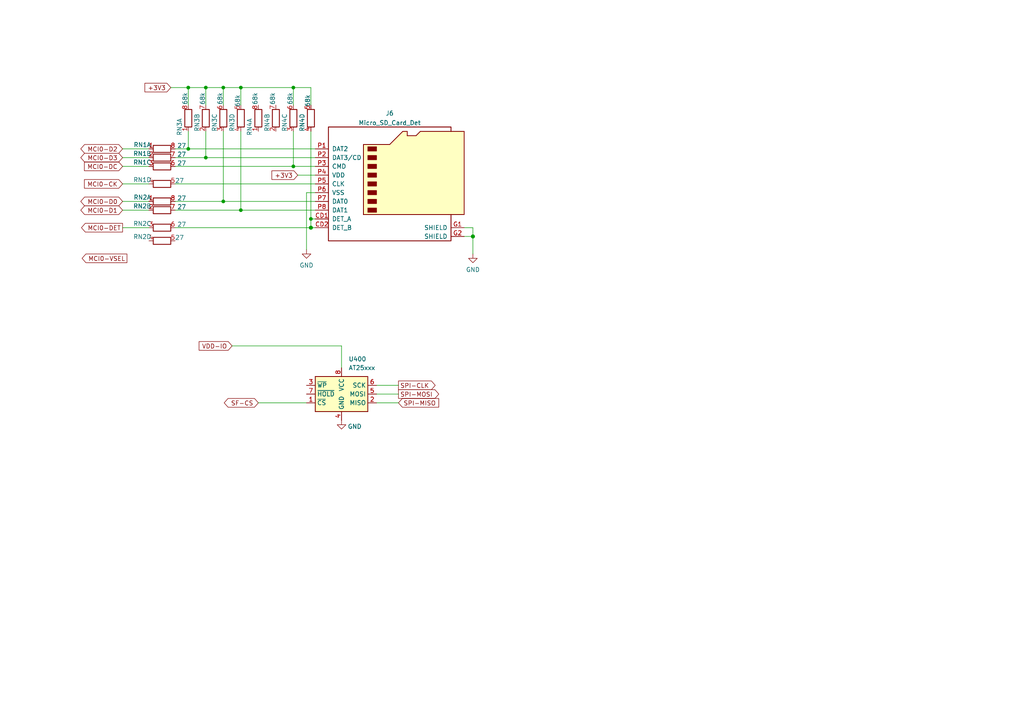
<source format=kicad_sch>
(kicad_sch (version 20250114) (generator "eeschema") (generator_version "9.0")
  (paper "A4")
  (lib_symbols
    (symbol "Device:R_Pack04_Split" (pin_names (offset 0) (hide yes))
      (property "Reference" "RN" (at 2.032 0 90))
      (property "Value" "R_Pack04_Split" (at 0 0 90))
      (symbol "R_Pack04_Split_0_1"
        (rectangle (start 1.016 2.54) (end -1.016 -2.54) (stroke (width 0.254)))
      )
      (symbol "R_Pack04_Split_1_1"
        (pin passive line (at 0 3.81 270) (length 1.27) (name "R1.2") (number "8"))
        (pin passive line (at 0 -3.81 90) (length 1.27) (name "R1.1") (number "1"))
      )
      (symbol "R_Pack04_Split_2_1"
        (pin passive line (at 0 3.81 270) (length 1.27) (name "R2.2") (number "7"))
        (pin passive line (at 0 -3.81 90) (length 1.27) (name "R2.1") (number "2"))
      )
      (symbol "R_Pack04_Split_3_1"
        (pin passive line (at 0 3.81 270) (length 1.27) (name "R3.2") (number "6"))
        (pin passive line (at 0 -3.81 90) (length 1.27) (name "R3.1") (number "3"))
      )
      (symbol "R_Pack04_Split_4_1"
        (pin passive line (at 0 3.81 270) (length 1.27) (name "R4.2") (number "5"))
        (pin passive line (at 0 -3.81 90) (length 1.27) (name "R4.1") (number "4"))
      )
    )
    (symbol "Memory_EEPROM:AT25xxx"
      (property "Reference" "U" (at -7.62 6.35 0))
      (property "Value" "AT25xxx" (at 2.54 -6.35 0))
      (symbol "AT25xxx_1_1"
        (rectangle (start -7.62 5.08) (end 7.62 -5.08) (stroke (width 0.254)) (fill (type background)))
        (pin input line (at -10.16 2.54 0) (length 2.54) (name "~{WP}") (number "3"))
        (pin input line (at -10.16 0 0) (length 2.54) (name "~{HOLD}") (number "7"))
        (pin input line (at -10.16 -2.54 0) (length 2.54) (name "~{CS}") (number "1"))
        (pin power_in line (at 0 7.62 270) (length 2.54) (name "VCC") (number "8"))
        (pin power_in line (at 0 -7.62 90) (length 2.54) (name "GND") (number "4"))
        (pin input line (at 10.16 2.54 180) (length 2.54) (name "SCK") (number "6"))
        (pin input line (at 10.16 0 180) (length 2.54) (name "MOSI") (number "5"))
        (pin tri_state line (at 10.16 -2.54 180) (length 2.54) (name "MISO") (number "2"))
      )
    )
    (symbol "gct:Micro_SD_Card_Det" (pin_names (offset 1.016))
      (property "Reference" "J" (at -16.51 17.78 0))
      (property "Value" "Micro_SD_Card_Det" (at 16.51 17.78 0))
      (symbol "Micro_SD_Card_Det_0_1"
        (polyline (pts (xy -8.89 -8.89) (xy -8.89 11.43) (xy -1.27 11.43) (xy 2.54 15.24) (xy 3.81 15.24) (xy 3.81 13.97) (xy 6.35 13.97) (xy 7.62 15.24) (xy 20.32 15.24) (xy 20.32 -8.89) (xy -8.89 -8.89)) (stroke (width 0.254)) (fill (type background)))
        (rectangle (start -7.62 10.795) (end -5.08 9.525) (fill (type outline)))
        (rectangle (start -7.62 8.255) (end -5.08 6.985) (fill (type outline)))
        (rectangle (start -7.62 5.715) (end -5.08 4.445) (fill (type outline)))
        (rectangle (start -7.62 3.175) (end -5.08 1.905) (fill (type outline)))
        (rectangle (start -7.62 0.635) (end -5.08 -0.635) (fill (type outline)))
        (rectangle (start -7.62 -1.905) (end -5.08 -3.175) (fill (type outline)))
        (rectangle (start -7.62 -4.445) (end -5.08 -5.715) (fill (type outline)))
        (rectangle (start -7.62 -6.985) (end -5.08 -8.255) (fill (type outline)))
        (polyline (pts (xy 16.51 15.24) (xy 16.51 16.51) (xy -19.05 16.51) (xy -19.05 -16.51) (xy 16.51 -16.51) (xy 16.51 -8.89)) (stroke (width 0.254)))
      )
      (symbol "Micro_SD_Card_Det_1_1"
        (pin bidirectional line (at -22.86 10.16 0) (length 3.81) (name "DAT2") (number "P1"))
        (pin bidirectional line (at -22.86 7.62 0) (length 3.81) (name "DAT3/CD") (number "P2"))
        (pin input line (at -22.86 5.08 0) (length 3.81) (name "CMD") (number "P3"))
        (pin power_in line (at -22.86 2.54 0) (length 3.81) (name "VDD") (number "P4"))
        (pin input line (at -22.86 0 0) (length 3.81) (name "CLK") (number "P5"))
        (pin power_in line (at -22.86 -2.54 0) (length 3.81) (name "VSS") (number "P6"))
        (pin bidirectional line (at -22.86 -5.08 0) (length 3.81) (name "DAT0") (number "P7"))
        (pin bidirectional line (at -22.86 -7.62 0) (length 3.81) (name "DAT1") (number "P8"))
        (pin passive line (at -22.86 -10.16 0) (length 3.81) (name "DET_A") (number "CD1"))
        (pin passive line (at -22.86 -12.7 0) (length 3.81) (name "DET_B") (number "CD2"))
        (pin passive line (at 20.32 -12.7 180) (length 3.81) (name "SHIELD") (number "G1"))
        (pin passive line (at 20.32 -15.24 180) (length 3.81) (name "SHIELD") (number "G2"))
      )
    )
    (symbol "power:GND" (power) (pin_names (offset 0))
      (property "Value" "GND" (at 0 -3.81 0))
      (symbol "GND_0_1"
        (polyline (pts (xy 0 0) (xy 0 -1.27) (xy 1.27 -1.27) (xy 0 -2.54) (xy -1.27 -1.27) (xy 0 -1.27)))
      )
      (symbol "GND_1_1"
        (pin power_in line (at 0 0 270) (length 0) (hide yes) (name "GND") (number "1"))
      )
    )
  )
  (junction (at 69.85 60.96))
  (junction (at 85.09 25.4))
  (junction (at 54.61 43.18))
  (junction (at 64.77 25.4))
  (junction (at 85.09 48.26))
  (junction (at 59.69 25.4))
  (junction (at 90.17 66.04) (diameter 1.016))
  (junction (at 54.61 25.4))
  (junction (at 69.85 25.4))
  (junction (at 64.77 58.42))
  (junction (at 59.69 45.72))
  (junction (at 90.17 63.5))
  (junction (at 137.16 68.58) (diameter 1.016))
  (wire (pts (xy 35.56 45.72) (xy 43.18 45.72)))
  (wire (pts (xy 35.56 60.96) (xy 43.18 60.96)))
  (wire (pts (xy 50.8 43.18) (xy 54.61 43.18)))
  (wire (pts (xy 64.77 25.4) (xy 64.77 30.48)))
  (wire (pts (xy 137.16 66.04) (xy 137.16 68.58)))
  (wire (pts (xy 134.62 68.58) (xy 137.16 68.58)))
  (wire (pts (xy 88.9 55.88) (xy 88.9 72.39)))
  (wire (pts (xy 109.22 114.3) (xy 115.57 114.3)))
  (wire (pts (xy 74.93 116.84) (xy 88.9 116.84)))
  (wire (pts (xy 59.69 25.4) (xy 59.69 30.48)))
  (wire (pts (xy 54.61 25.4) (xy 54.61 30.48)))
  (wire (pts (xy 90.17 38.1) (xy 90.17 63.5)))
  (wire (pts (xy 50.8 66.04) (xy 90.17 66.04)))
  (wire (pts (xy 35.56 43.18) (xy 43.18 43.18)))
  (wire (pts (xy 64.77 25.4) (xy 69.85 25.4)))
  (wire (pts (xy 64.77 38.1) (xy 64.77 58.42)))
  (wire (pts (xy 54.61 38.1) (xy 54.61 43.18)))
  (wire (pts (xy 69.85 60.96) (xy 91.44 60.96)))
  (wire (pts (xy 50.8 58.42) (xy 64.77 58.42)))
  (wire (pts (xy 90.17 66.04) (xy 91.44 66.04)))
  (wire (pts (xy 35.56 53.34) (xy 43.18 53.34)))
  (wire (pts (xy 50.8 48.26) (xy 85.09 48.26)))
  (wire (pts (xy 109.22 111.76) (xy 115.57 111.76)))
  (wire (pts (xy 85.09 48.26) (xy 91.44 48.26)))
  (wire (pts (xy 35.56 66.04) (xy 43.18 66.04)))
  (wire (pts (xy 109.22 116.84) (xy 115.57 116.84)))
  (wire (pts (xy 91.44 55.88) (xy 88.9 55.88)))
  (wire (pts (xy 54.61 43.18) (xy 91.44 43.18)))
  (wire (pts (xy 35.56 58.42) (xy 43.18 58.42)))
  (wire (pts (xy 69.85 38.1) (xy 69.85 60.96)))
  (wire (pts (xy 90.17 30.48) (xy 90.17 25.4)))
  (wire (pts (xy 67.31 100.33) (xy 99.06 100.33)))
  (wire (pts (xy 86.36 50.8) (xy 91.44 50.8)))
  (wire (pts (xy 85.09 25.4) (xy 90.17 25.4)))
  (wire (pts (xy 85.09 38.1) (xy 85.09 48.26)))
  (wire (pts (xy 64.77 58.42) (xy 91.44 58.42)))
  (wire (pts (xy 50.8 53.34) (xy 91.44 53.34)))
  (wire (pts (xy 35.56 48.26) (xy 43.18 48.26)))
  (wire (pts (xy 90.17 63.5) (xy 90.17 66.04)))
  (wire (pts (xy 59.69 25.4) (xy 64.77 25.4)))
  (wire (pts (xy 69.85 30.48) (xy 69.85 25.4)))
  (wire (pts (xy 50.8 45.72) (xy 59.69 45.72)))
  (wire (pts (xy 59.69 38.1) (xy 59.69 45.72)))
  (wire (pts (xy 85.09 25.4) (xy 85.09 30.48)))
  (wire (pts (xy 50.8 60.96) (xy 69.85 60.96)))
  (wire (pts (xy 99.06 106.68) (xy 99.06 100.33)))
  (wire (pts (xy 91.44 63.5) (xy 90.17 63.5)))
  (wire (pts (xy 137.16 68.58) (xy 137.16 73.66)))
  (wire (pts (xy 54.61 25.4) (xy 59.69 25.4)))
  (wire (pts (xy 59.69 45.72) (xy 91.44 45.72)))
  (wire (pts (xy 134.62 66.04) (xy 137.16 66.04)))
  (wire (pts (xy 69.85 25.4) (xy 85.09 25.4)))
  (wire (pts (xy 49.53 25.4) (xy 54.61 25.4)))
  (global_label "MCI0-DC" (shape input) (at 35.56 48.26 180) (property "Intersheetrefs" "${INTERSHEET_REFS}" (effects (hide yes))))
  (global_label "VDD-IO" (shape input) (at 67.31 100.33 180) (property "Intersheetrefs" "${INTERSHEET_REFS}" (effects (hide yes))))
  (global_label "+3V3" (shape input) (at 86.36 50.8 180) (property "Intersheetrefs" "${INTERSHEET_REFS}" (effects (hide yes))))
  (global_label "+3V3" (shape input) (at 49.53 25.4 180) (property "Intersheetrefs" "${INTERSHEET_REFS}" (effects (hide yes))))
  (global_label "MCI0-D2" (shape bidirectional) (at 35.56 43.18 180) (property "Intersheetrefs" "${INTERSHEET_REFS}" (effects (hide yes))))
  (global_label "SPI-MISO" (shape input) (at 115.57 116.84 0) (property "Intersheetrefs" "${INTERSHEET_REFS}" (effects (hide yes))))
  (global_label "SPI-MOSI" (shape output) (at 115.57 114.3 0) (property "Intersheetrefs" "${INTERSHEET_REFS}" (effects (hide yes))))
  (global_label "SPI-CLK" (shape output) (at 115.57 111.76 0) (property "Intersheetrefs" "${INTERSHEET_REFS}" (effects (hide yes))))
  (global_label "MCI0-DET" (shape output) (at 35.56 66.04 180) (property "Intersheetrefs" "${INTERSHEET_REFS}" (effects (hide yes))))
  (global_label "MCI0-CK" (shape input) (at 35.56 53.34 180) (property "Intersheetrefs" "${INTERSHEET_REFS}" (effects (hide yes))))
  (global_label "MCI0-D3" (shape bidirectional) (at 35.56 45.72 180) (property "Intersheetrefs" "${INTERSHEET_REFS}" (effects (hide yes))))
  (global_label "MCI0-D0" (shape bidirectional) (at 35.56 58.42 180) (property "Intersheetrefs" "${INTERSHEET_REFS}" (effects (hide yes))))
  (global_label "MCI0-VSEL" (shape output) (at 36.83 74.93 180) (property "Intersheetrefs" "${INTERSHEET_REFS}" (effects (hide yes))))
  (global_label "MCI0-D1" (shape bidirectional) (at 35.56 60.96 180) (property "Intersheetrefs" "${INTERSHEET_REFS}" (effects (hide yes))))
  (global_label "SF-CS" (shape bidirectional) (at 74.93 116.84 180) (property "Intersheetrefs" "${INTERSHEET_REFS}" (effects (hide yes))))
  (symbol (lib_id "Device:R_Pack04_Split") (at 46.99 53.34 270) (unit 4)
    (property "Reference" "RN1" (at 41.275 52.1674 90))
    (property "Value" "27" (at 52.07 52.4025 90))
    (property "Footprint" "Resistor_SMD:R_Array_Concave_4x0402" (effects (hide yes)))
  )
  (symbol (lib_id "Device:R_Pack04_Split") (at 46.99 48.26 270) (unit 3)
    (property "Reference" "RN1" (at 41.275 47.0874 90))
    (property "Value" "27" (at 52.705 47.3225 90))
    (property "Footprint" "Resistor_SMD:R_Array_Concave_4x0402" (effects (hide yes)))
  )
  (symbol (lib_id "Device:R_Pack04_Split") (at 90.17 34.29 0) (unit 4)
    (property "Reference" "RN4" (at 87.63 35.56 90))
    (property "Value" "68k" (at 89.2325 29.21 90))
    (property "Footprint" "Resistor_SMD:R_Array_Concave_4x0402" (effects (hide yes)))
  )
  (symbol (lib_id "Device:R_Pack04_Split") (at 46.99 60.96 270) (unit 2)
    (property "Reference" "RN2" (at 41.275 59.7874 90))
    (property "Value" "27" (at 52.705 60.0225 90))
    (property "Footprint" "Resistor_SMD:R_Array_Concave_4x0402" (effects (hide yes)))
  )
  (symbol (lib_id "Device:R_Pack04_Split") (at 46.99 66.04 270) (unit 3)
    (property "Reference" "RN2" (at 41.275 64.8674 90))
    (property "Value" "27" (at 52.705 65.1025 90))
    (property "Footprint" "Resistor_SMD:R_Array_Concave_4x0402" (effects (hide yes)))
  )
  (symbol (lib_id "power:GND") (at 137.16 73.66 0) (unit 1)
    (property "Reference" "#PWR021" (effects (hide yes)))
    (property "Value" "GND" (at 137.16 78.2226 0))
  )
  (symbol (lib_id "Device:R_Pack04_Split") (at 54.61 34.29 0) (unit 1)
    (property "Reference" "RN3" (at 52.07 36.83 90))
    (property "Value" "68k" (at 53.6725 28.575 90))
    (property "Footprint" "Resistor_SMD:R_Array_Concave_4x0402" (effects (hide yes)))
  )
  (symbol (lib_id "Memory_EEPROM:AT25xxx") (at 99.06 114.3 0) (unit 1)
    (property "Reference" "U400" (at 101.0794 104.14 0) (effects (justify left)))
    (property "Value" "AT25xxx" (at 101.0794 106.68 0) (effects (justify left)))
    (property "Footprint" "Package_SO:SOIC-8_3.9x4.9mm_P1.27mm" (effects (hide yes)))
    (property "Datasheet" "http://ww1.microchip.com/downloads/en/DeviceDoc/Atmel-8707-SEEPROM-AT25010B-020B-040B-Datasheet.pdf" (effects (hide yes)))
  )
  (symbol (lib_id "Device:R_Pack04_Split") (at 46.99 43.18 270) (unit 1)
    (property "Reference" "RN1" (at 41.275 42.0074 90))
    (property "Value" "27" (at 52.705 42.2425 90))
    (property "Footprint" "Resistor_SMD:R_Array_Concave_4x0402" (effects (hide yes)))
  )
  (symbol (lib_id "Device:R_Pack04_Split") (at 46.99 45.72 270) (unit 2)
    (property "Reference" "RN1" (at 41.275 44.5474 90))
    (property "Value" "27" (at 52.705 44.7825 90))
    (property "Footprint" "Resistor_SMD:R_Array_Concave_4x0402" (effects (hide yes)))
  )
  (symbol (lib_id "gct:Micro_SD_Card_Det") (at 114.3 53.34 0) (unit 1)
    (property "Reference" "J6" (at 113.03 32.8634 0))
    (property "Value" "Micro_SD_Card_Det" (at 113.03 35.6385 0))
    (property "Footprint" "gct:MEM20610118800A" (effects (hide yes)))
    (property "Datasheet" "https://www.hirose.com/product/en/download_file/key_name/DM3/category/Catalog/doc_file_id/49662/?file_category_id=4&item_id=195&is_series=1" (effects (hide yes)))
  )
  (symbol (lib_id "power:GND") (at 99.06 121.92 0) (unit 1)
    (property "Reference" "#PWR0141" (effects (hide yes)))
    (property "Value" "GND" (at 102.87 123.7044 0))
  )
  (symbol (lib_id "Device:R_Pack04_Split") (at 74.93 34.29 0) (unit 1)
    (property "Reference" "RN4" (at 72.39 36.83 90))
    (property "Value" "68k" (at 73.9925 28.575 90))
    (property "Footprint" "Resistor_SMD:R_Array_Concave_4x0402" (effects (hide yes)))
  )
  (symbol (lib_id "Device:R_Pack04_Split") (at 46.99 69.85 270) (unit 4)
    (property "Reference" "RN2" (at 41.275 68.6774 90))
    (property "Value" "27" (at 52.07 68.9125 90))
    (property "Footprint" "Resistor_SMD:R_Array_Concave_4x0402" (effects (hide yes)))
  )
  (symbol (lib_id "Device:R_Pack04_Split") (at 69.85 34.29 0) (unit 4)
    (property "Reference" "RN3" (at 67.31 35.56 90))
    (property "Value" "68k" (at 68.9125 29.21 90))
    (property "Footprint" "Resistor_SMD:R_Array_Concave_4x0402" (effects (hide yes)))
  )
  (symbol (lib_id "Device:R_Pack04_Split") (at 80.01 34.29 0) (unit 2)
    (property "Reference" "RN4" (at 77.47 35.56 90))
    (property "Value" "68k" (at 79.0725 28.575 90))
    (property "Footprint" "Resistor_SMD:R_Array_Concave_4x0402" (effects (hide yes)))
  )
  (symbol (lib_id "Device:R_Pack04_Split") (at 46.99 58.42 270) (unit 1)
    (property "Reference" "RN2" (at 41.275 57.2474 90))
    (property "Value" "27" (at 52.705 57.4825 90))
    (property "Footprint" "Resistor_SMD:R_Array_Concave_4x0402" (effects (hide yes)))
  )
  (symbol (lib_id "Device:R_Pack04_Split") (at 59.69 34.29 0) (unit 2)
    (property "Reference" "RN3" (at 57.15 35.56 90))
    (property "Value" "68k" (at 58.7525 28.575 90))
    (property "Footprint" "Resistor_SMD:R_Array_Concave_4x0402" (effects (hide yes)))
  )
  (symbol (lib_id "Device:R_Pack04_Split") (at 85.09 34.29 0) (unit 3)
    (property "Reference" "RN4" (at 82.55 35.56 90))
    (property "Value" "68k" (at 84.1525 28.575 90))
    (property "Footprint" "Resistor_SMD:R_Array_Concave_4x0402" (effects (hide yes)))
  )
  (symbol (lib_id "Device:R_Pack04_Split") (at 64.77 34.29 0) (unit 3)
    (property "Reference" "RN3" (at 62.23 35.56 90))
    (property "Value" "68k" (at 63.8325 28.575 90))
    (property "Footprint" "Resistor_SMD:R_Array_Concave_4x0402" (effects (hide yes)))
  )
  (symbol (lib_id "power:GND") (at 88.9 72.39 0) (unit 1)
    (property "Reference" "#PWR019" (effects (hide yes)))
    (property "Value" "GND" (at 88.9 76.9526 0))
  )
)
</source>
